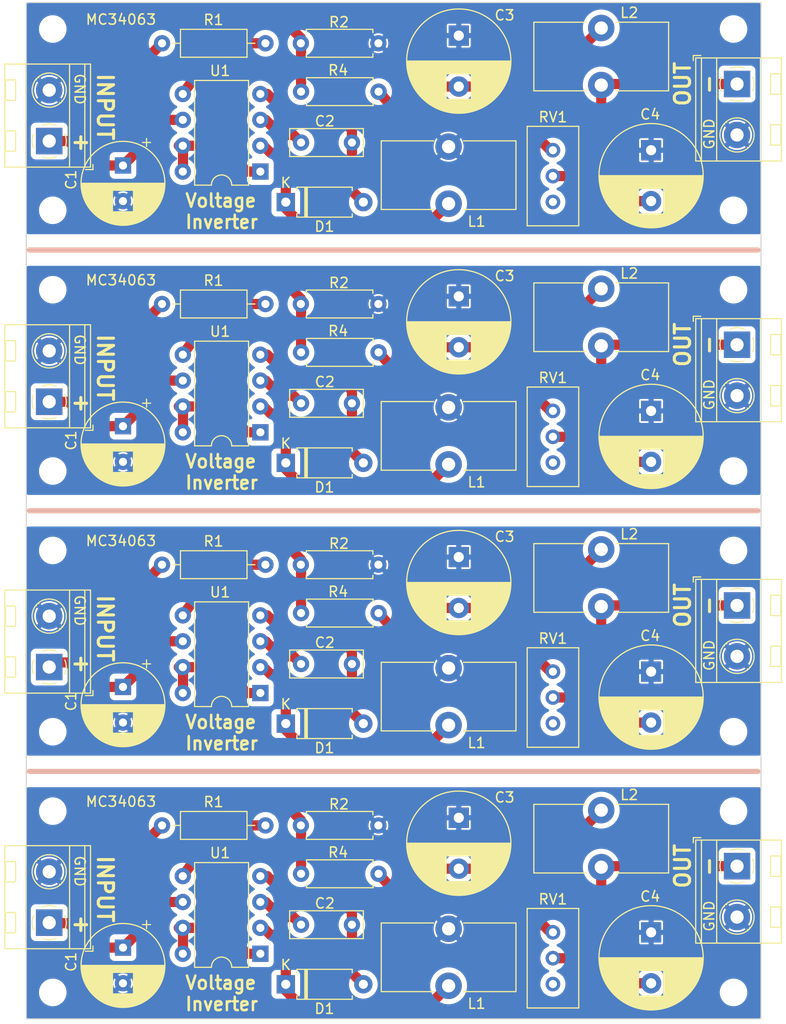
<source format=kicad_pcb>
(kicad_pcb (version 20240108) (generator "pcbnew") (generator_version "8.0")
  (layers (0 "F.Cu" signal) (31 "B.Cu" signal) (34 "B.Paste" user) (35 "F.Paste" user) (36 "B.SilkS" user "B.Silkscreen") (37 "F.SilkS" user "F.Silkscreen") (38 "B.Mask" user) (39 "F.Mask" user) (44 "Edge.Cuts" user))
  (net 0 "")
  (net 1 "GND")
  (net 2 "Net-(R4-Pad2)")
  (net 3 "Net-(J1-Pin_1)")
  (net 4 "Net-(D1-A)")
  (net 5 "Net-(U1-TC)")
  (net 6 "Net-(J2-Pin_1)")
  (net 7 "Net-(D1-K)")
  (net 8 "Net-(U1-DC)")
  (net 9 "Net-(U1-Vfb)")
  (footprint "Capacitor_THT:CP_Radial_D10.0mm_P5.00mm" (layer "F.Cu") (at 100.4 126.05 -90)
    (property "Reference" "C3")
    (property "Value" "470u")
  )
  (footprint "TerminalBlock_MetzConnect:TerminalBlock_MetzConnect_Type094_RT03502HBLU_1x02_P5.00mm_Horizontal" (layer "F.Cu") (at 127.745 54 -90)
    (property "Reference" "J2" (hide yes))
    (property "Value" "OUTPUT")
  )
  (footprint "MountingHole:MountingHole_2.2mm_M2" (layer "F.Cu") (at 127.4 125.4)
    (property "Reference" "H3" (hide yes))
    (property "Value" "MountingHole" (hide yes))
  )
  (footprint "MountingHole:MountingHole_2.2mm_M2" (layer "F.Cu") (at 127.4 99.8)
    (property "Reference" "H3" (hide yes))
    (property "Value" "MountingHole" (hide yes))
  )
  (footprint "Resistor_THT:R_Axial_DIN0207_L6.3mm_D2.5mm_P10.16mm_Horizontal" (layer "F.Cu") (at 81.4 126.8 180)
    (property "Reference" "R1")
    (property "Value" "0.1")
  )
  (footprint "Capacitor_THT:CP_Radial_D8.0mm_P3.50mm" (layer "F.Cu") (at 67.4 138.8 -90)
    (property "Reference" "C1")
    (property "Value" "470u")
  )
  (footprint "Diode_THT:D_A-405_P7.62mm_Horizontal" (layer "F.Cu") (at 83.4 116.8)
    (property "Reference" "D1")
    (property "Value" "1N5819")
  )
  (footprint "Package_DIP:DIP-8_W7.62mm" (layer "F.Cu") (at 80.9 113.8 180)
    (property "Reference" "U1")
    (property "Value" "MC34063AP")
  )
  (footprint "Resistor_THT:R_Axial_DIN0207_L6.3mm_D2.5mm_P7.62mm_Horizontal" (layer "F.Cu") (at 84.9 54.75)
    (property "Reference" "R4")
    (property "Value" "6K8")
  )
  (footprint "TerminalBlock_MetzConnect:TerminalBlock_MetzConnect_Type094_RT03502HBLU_1x02_P5.00mm_Horizontal" (layer "F.Cu") (at 60.15 85.2 90)
    (property "Reference" "J1" (hide yes))
    (property "Value" "INPUT")
  )
  (footprint "TerminalBlock_MetzConnect:TerminalBlock_MetzConnect_Type094_RT03502HBLU_1x02_P5.00mm_Horizontal" (layer "F.Cu") (at 60.15 136.35 90)
    (property "Reference" "J1" (hide yes))
    (property "Value" "INPUT")
  )
  (footprint "Capacitor_THT:CP_Radial_D10.0mm_P5.00mm" (layer "F.Cu") (at 100.4 49.25 -90)
    (property "Reference" "C3")
    (property "Value" "470u")
  )
  (footprint "MountingHole:MountingHole_2.2mm_M2" (layer "F.Cu") (at 60.5 125.4)
    (property "Reference" "H2" (hide yes))
    (property "Value" "MountingHole" (hide yes))
  )
  (footprint "Inductor_THT:L_Toroid_Vertical_L13.0mm_W6.5mm_P5.60mm" (layer "F.Cu") (at 114.4 48.5)
    (property "Reference" "L2")
    (property "Value" "47uH")
  )
  (footprint "Diode_THT:D_A-405_P7.62mm_Horizontal" (layer "F.Cu") (at 83.4 91.2)
    (property "Reference" "D1")
    (property "Value" "1N5819")
  )
  (footprint "TerminalBlock_MetzConnect:TerminalBlock_MetzConnect_Type094_RT03502HBLU_1x02_P5.00mm_Horizontal" (layer "F.Cu") (at 127.745 79.6 -90)
    (property "Reference" "J2" (hide yes))
    (property "Value" "OUTPUT")
  )
  (footprint "Inductor_THT:L_Toroid_Vertical_L13.0mm_W6.5mm_P5.60mm" (layer "F.Cu") (at 99.4 142.55 180)
    (property "Reference" "L1")
    (property "Value" "10u")
  )
  (footprint "Resistor_THT:R_Axial_DIN0207_L6.3mm_D2.5mm_P7.62mm_Horizontal" (layer "F.Cu") (at 92.5 101.2 180)
    (property "Reference" "R2")
    (property "Value" "82K")
  )
  (footprint "Inductor_THT:L_Toroid_Vertical_L13.0mm_W6.5mm_P5.60mm" (layer "F.Cu") (at 99.4 91.35 180)
    (property "Reference" "L1")
    (property "Value" "10u")
  )
  (footprint "MountingHole:MountingHole_2.2mm_M2" (layer "F.Cu") (at 127.4 66.4)
    (property "Reference" "H4" (hide yes))
    (property "Value" "MountingHole" (hide yes))
  )
  (footprint "Potentiometer_THT:Potentiometer_Bourns_3296W_Vertical" (layer "F.Cu") (at 109.65 111.7 90)
    (property "Reference" "RV1")
    (property "Value" "25K")
  )
  (footprint "Resistor_THT:R_Axial_DIN0207_L6.3mm_D2.5mm_P7.62mm_Horizontal" (layer "F.Cu") (at 84.9 105.95)
    (property "Reference" "R4")
    (property "Value" "6K8")
  )
  (footprint "Resistor_THT:R_Axial_DIN0207_L6.3mm_D2.5mm_P10.16mm_Horizontal" (layer "F.Cu") (at 81.4 75.6 180)
    (property "Reference" "R1")
    (property "Value" "0.1")
  )
  (footprint "Package_DIP:DIP-8_W7.62mm" (layer "F.Cu") (at 80.9 88.2 180)
    (property "Reference" "U1")
    (property "Value" "MC34063AP")
  )
  (footprint "Capacitor_THT:C_Disc_D7.0mm_W2.5mm_P5.00mm" (layer "F.Cu") (at 84.9 85.35)
    (property "Reference" "C2")
    (property "Value" "4.7nF")
  )
  (footprint "Inductor_THT:L_Toroid_Vertical_L13.0mm_W6.5mm_P5.60mm" (layer "F.Cu") (at 99.4 116.95 180)
    (property "Reference" "L1")
    (property "Value" "10u")
  )
  (footprint "Diode_THT:D_A-405_P7.62mm_Horizontal" (layer "F.Cu") (at 83.4 142.4)
    (property "Reference" "D1")
    (property "Value" "1N5819")
  )
  (footprint "Capacitor_THT:CP_Radial_D10.0mm_P5.00mm" (layer "F.Cu") (at 100.4 100.45 -90)
    (property "Reference" "C3")
    (property "Value" "470u")
  )
  (footprint "TerminalBlock_MetzConnect:TerminalBlock_MetzConnect_Type094_RT03502HBLU_1x02_P5.00mm_Horizontal" (layer "F.Cu") (at 127.745 130.8 -90)
    (property "Reference" "J2" (hide yes))
    (property "Value" "OUTPUT")
  )
  (footprint "Package_DIP:DIP-8_W7.62mm" (layer "F.Cu") (at 80.9 62.6 180)
    (property "Reference" "U1")
    (property "Value" "MC34063AP")
  )
  (footprint "Capacitor_THT:CP_Radial_D10.0mm_P5.00mm" (layer "F.Cu") (at 119.3 86.1 -90)
    (property "Reference" "C4")
    (property "Value" "470u")
  )
  (footprint "TerminalBlock_MetzConnect:TerminalBlock_MetzConnect_Type094_RT03502HBLU_1x02_P5.00mm_Horizontal" (layer "F.Cu") (at 60.15 111.25 90)
    (property "Reference" "J1" (hide yes))
    (property "Value" "INPUT")
  )
  (footprint "Inductor_THT:L_Toroid_Vertical_L13.0mm_W6.5mm_P5.60mm" (layer "F.Cu") (at 114.4 99.7)
    (property "Reference" "L2")
    (property "Value" "47uH")
  )
  (footprint "Capacitor_THT:C_Disc_D7.0mm_W2.5mm_P5.00mm" (layer "F.Cu") (at 84.9 59.75)
    (property "Reference" "C2")
    (property "Value" "4.7nF")
  )
  (footprint "Resistor_THT:R_Axial_DIN0207_L6.3mm_D2.5mm_P10.16mm_Horizontal" (layer "F.Cu") (at 81.4 101.2 180)
    (property "Reference" "R1")
    (property "Value" "0.1")
  )
  (footprint "MountingHole:MountingHole_2.2mm_M2" (layer "F.Cu") (at 127.4 117.6)
    (property "Reference" "H4" (hide yes))
    (property "Value" "MountingHole" (hide yes))
  )
  (footprint "MountingHole:MountingHole_2.2mm_M2" (layer "F.Cu") (at 127.4 48.6)
    (property "Reference" "H3" (hide yes))
    (property "Value" "MountingHole" (hide yes))
  )
  (footprint "Diode_THT:D_A-405_P7.62mm_Horizontal" (layer "F.Cu") (at 83.4 65.6)
    (property "Reference" "D1")
    (property "Value" "1N5819")
  )
  (footprint "Resistor_THT:R_Axial_DIN0207_L6.3mm_D2.5mm_P7.62mm_Horizontal" (layer "F.Cu") (at 92.5 126.8 180)
    (property "Reference" "R2")
    (property "Value" "82K")
  )
  (footprint "MountingHole:MountingHole_2.2mm_M2" (layer "F.Cu") (at 60.5 143.2)
    (property "Reference" "H1" (hide yes))
    (property "Value" "MountingHole" (hide yes))
  )
  (footprint "Resistor_THT:R_Axial_DIN0207_L6.3mm_D2.5mm_P7.62mm_Horizontal" (layer "F.Cu") (at 92.5 75.6 180)
    (property "Reference" "R2")
    (property "Value" "82K")
  )
  (footprint "MountingHole:MountingHole_2.2mm_M2" (layer "F.Cu") (at 60.5 48.6)
    (property "Reference" "H2" (hide yes))
    (property "Value" "MountingHole" (hide yes))
  )
  (footprint "Resistor_THT:R_Axial_DIN0207_L6.3mm_D2.5mm_P7.62mm_Horizontal" (layer "F.Cu") (at 92.5 50 180)
    (property "Reference" "R2")
    (property "Value" "82K")
  )
  (footprint "Capacitor_THT:C_Disc_D7.0mm_W2.5mm_P5.00mm" (layer "F.Cu") (at 84.9 136.55)
    (property "Reference" "C2")
    (property "Value" "4.7nF")
  )
  (footprint "Resistor_THT:R_Axial_DIN0207_L6.3mm_D2.5mm_P7.62mm_Horizontal" (layer "F.Cu") (at 84.9 80.35)
    (property "Reference" "R4")
    (property "Value" "6K8")
  )
  (footprint "MountingHole:MountingHole_2.2mm_M2" (layer "F.Cu") (at 127.4 74.2)
    (property "Reference" "H3" (hide yes))
    (property "Value" "MountingHole" (hide yes))
  )
  (footprint "Capacitor_THT:CP_Radial_D10.0mm_P5.00mm" (layer "F.Cu") (at 119.3 111.7 -90)
    (property "Reference" "C4")
    (property "Value" "470u")
  )
  (footprint "MountingHole:MountingHole_2.2mm_M2" (layer "F.Cu") (at 60.5 99.8)
    (property "Reference" "H2" (hide yes))
    (property "Value" "MountingHole" (hide yes))
  )
  (footprint "Potentiometer_THT:Potentiometer_Bourns_3296W_Vertical" (layer "F.Cu") (at 109.65 86.1 90)
    (property "Reference" "RV1")
    (property "Value" "25K")
  )
  (footprint "MountingHole:MountingHole_2.2mm_M2" (layer "F.Cu") (at 127.4 92)
    (property "Reference" "H4" (hide yes))
    (property "Value" "MountingHole" (hide yes))
  )
  (footprint "Potentiometer_THT:Potentiometer_Bourns_3296W_Vertical" (layer "F.Cu") (at 109.65 137.3 90)
    (property "Reference" "RV1")
    (property "Value" "25K")
  )
  (footprint "Capacitor_THT:CP_Radial_D10.0mm_P5.00mm" (layer "F.Cu") (at 119.3 60.5 -90)
    (property "Reference" "C4")
    (property "Value" "470u")
  )
  (footprint "MountingHole:MountingHole_2.2mm_M2" (layer "F.Cu") (at 60.5 66.4)
    (property "Reference" "H1" (hide yes))
    (property "Value" "MountingHole" (hide yes))
  )
  (footprint "Capacitor_THT:CP_Radial_D10.0mm_P5.00mm" (layer "F.Cu") (at 119.3 137.3 -90)
    (property "Reference" "C4")
    (property "Value" "470u")
  )
  (footprint "MountingHole:MountingHole_2.2mm_M2" (layer "F.Cu") (at 127.4 143.2)
    (property "Reference" "H4" (hide yes))
    (property "Value" "MountingHole" (hide yes))
  )
  (footprint "Potentiometer_THT:Potentiometer_Bourns_3296W_Vertical" (layer "F.Cu") (at 109.65 60.5 90)
    (property "Reference" "RV1")
    (property "Value" "25K")
  )
  (footprint "Inductor_THT:L_Toroid_Vertical_L13.0mm_W6.5mm_P5.60mm" (layer "F.Cu") (at 114.4 74.1)
    (property "Reference" "L2")
    (property "Value" "47uH")
  )
  (footprint "Resistor_THT:R_Axial_DIN0207_L6.3mm_D2.5mm_P10.16mm_Horizontal" (layer "F.Cu") (at 81.4 50 180)
    (property "Reference" "R1")
    (property "Value" "0.1")
  )
  (footprint "TerminalBlock_MetzConnect:TerminalBlock_MetzConnect_Type094_RT03502HBLU_1x02_P5.00mm_Horizontal" (layer "F.Cu") (at 60.15 59.6 90)
    (property "Reference" "J1" (hide yes))
    (property "Value" "INPUT")
  )
  (footprint "TerminalBlock_MetzConnect:TerminalBlock_MetzConnect_Type094_RT03502HBLU_1x02_P5.00mm_Horizontal" (layer "F.Cu") (at 127.745 105.2 -90)
    (property "Reference" "J2" (hide yes))
    (property "Value" "OUTPUT")
  )
  (footprint "Inductor_THT:L_Toroid_Vertical_L13.0mm_W6.5mm_P5.60mm" (layer "F.Cu") (at 114.4 125.3)
    (property "Reference" "L2")
    (property "Value" "47uH")
  )
  (footprint "Capacitor_THT:CP_Radial_D8.0mm_P3.50mm" (layer "F.Cu") (at 67.4 87.6 -90)
    (property "Reference" "C1")
    (property "Value" "470u")
  )
  (footprint "MountingHole:MountingHole_2.2mm_M2" (layer "F.Cu") (at 60.5 74.2)
    (property "Reference" "H2" (hide yes))
    (property "Value" "MountingHole" (hide yes))
  )
  (footprint "Capacitor_THT:CP_Radial_D8.0mm_P3.50mm" (layer "F.Cu") (at 67.4 62 -90)
    (property "Reference" "C1")
    (property "Value" "470u")
  )
  (footprint "Package_DIP:DIP-8_W7.62mm" (layer "F.Cu") (at 80.9 139.4 180)
    (property "Reference" "U1")
    (property "Value" "MC34063AP")
  )
  (footprint "Capacitor_THT:CP_Radial_D8.0mm_P3.50mm" (layer "F.Cu") (at 67.4 113.2 -90)
    (property "Reference" "C1")
    (property "Value" "470u")
  )
  (footprint "Capacitor_THT:CP_Radial_D10.0mm_P5.00mm" (layer "F.Cu") (at 100.4 74.85 -90)
    (property "Reference" "C3")
    (property "Value" "470u")
  )
  (footprint "Inductor_THT:L_Toroid_Vertical_L13.0mm_W6.5mm_P5.60mm" (layer "F.Cu") (at 99.4 65.75 180)
    (property "Reference" "L1")
    (property "Value" "10u")
  )
  (footprint "MountingHole:MountingHole_2.2mm_M2" (layer "F.Cu") (at 60.5 117.6)
    (property "Reference" "H1" (hide yes))
    (property "Value" "MountingHole" (hide yes))
  )
  (footprint "MountingHole:MountingHole_2.2mm_M2" (layer "F.Cu") (at 60.5 92)
    (property "Reference" "H1" (hide yes))
    (property "Value" "MountingHole" (hide yes))
  )
  (footprint "Resistor_THT:R_Axial_DIN0207_L6.3mm_D2.5mm_P7.62mm_Horizontal" (layer "F.Cu") (at 84.9 131.55)
    (property "Reference" "R4")
    (property "Value" "6K8")
  )
  (footprint "Capacitor_THT:C_Disc_D7.0mm_W2.5mm_P5.00mm" (layer "F.Cu") (at 84.9 110.95)
    (property "Reference" "C2")
    (property "Value" "4.7nF")
  )
  (gr_line (start 58.2 95.9) (end 129.8 95.9) (stroke (width 0.5)) (layer "B.SilkS"))
  (gr_line (start 58.2 121.5) (end 129.8 121.5) (stroke (width 0.5)) (layer "B.SilkS"))
  (gr_line (start 58.2 70.3) (end 129.8 70.3) (stroke (width 0.5)) (layer "B.SilkS"))
  (gr_line (start 58.2 121.5) (end 129.8 121.5) (stroke (width 0.5)) (layer "F.SilkS"))
  (gr_line (start 58.2 95.9) (end 129.8 95.9) (stroke (width 0.5)) (layer "F.SilkS"))
  (gr_line (start 58.2 70.3) (end 129.8 70.3) (stroke (width 0.5)) (layer "F.SilkS"))
  (gr_line (start 57.9 46) (end 130.1 46) (stroke (width 0.1)) (layer "Edge.Cuts"))
  (gr_line (start 130.1 46) (end 130.1 145.8) (stroke (width 0.1)) (layer "Edge.Cuts"))
  (gr_line (start 57.9 145.8) (end 57.9 46) (stroke (width 0.1)) (layer "Edge.Cuts"))
  (gr_line (start 130.1 145.8) (end 57.9 145.8) (stroke (width 0.1)) (layer "Edge.Cuts"))
  (gr_text "Voltage\nInverter" (at 73.4 92.1 0) (layer "F.SilkS") (effects (font (size 1.3 1.25) (thickness 0.25)) (justify left)))
  (gr_text "MC34063" (at 63.65 73.85 0) (layer "F.SilkS") (effects (font (size 1 1)) (justify left bottom)))
  (gr_text "MC34063" (at 63.65 48.25 0) (layer "F.SilkS") (effects (font (size 1 1)) (justify left bottom)))
  (gr_text "INPUT" (at 65.65 56.25 -90) (layer "F.SilkS") (effects (font (size 1.5 1.5) (thickness 0.3))))
  (gr_text "GND" (at 125.015033 58.901293 90) (layer "F.SilkS") (effects (font (size 1 1))))
  (gr_text "OUT" (at 122.4 79.6 90) (layer "F.SilkS") (effects (font (size 1.5 1.5) (thickness 0.3))))
  (gr_text "INPUT" (at 65.65 107.45 -90) (layer "F.SilkS") (effects (font (size 1.5 1.5) (thickness 0.3))))
  (gr_text "GND" (at 63.15 105.7 -90) (layer "F.SilkS") (effects (font (size 1 1))))
  (gr_text "GND" (at 125.015033 135.701293 90) (layer "F.SilkS") (effects (font (size 1 1))))
  (gr_text "MC34063" (at 63.65 125.05 0) (layer "F.SilkS") (effects (font (size 1 1)) (justify left bottom)))
  (gr_text "+" (at 63.15 136.55 90) (layer "F.SilkS") (effects (font (size 1.5 1.5) (thickness 0.3))))
  (gr_text "-" (at 124.93205 79.632902 90) (layer "F.SilkS") (effects (font (size 1.5 1.5) (thickness 0.3))))
  (gr_text "INPUT" (at 65.65 133.05 -90) (layer "F.SilkS") (effects (font (size 1.5 1.5) (thickness 0.3))))
  (gr_text "-" (at 124.93205 130.832902 90) (layer "F.SilkS") (effects (font (size 1.5 1.5) (thickness 0.3))))
  (gr_text "-" (at 124.93205 105.232902 90) (layer "F.SilkS") (effects (font (size 1.5 1.5) (thickness 0.3))))
  (gr_text "OUT" (at 122.4 54 90) (layer "F.SilkS") (effects (font (size 1.5 1.5) (thickness 0.3))))
  (gr_text "GND" (at 125.015033 84.501293 90) (layer "F.SilkS") (effects (font (size 1 1))))
  (gr_text "GND" (at 63.15 80.1 -90) (layer "F.SilkS") (effects (font (size 1 1))))
  (gr_text "+" (at 63.15 110.95 90) (layer "F.SilkS") (effects (font (size 1.5 1.5) (thickness 0.3))))
  (gr_text "Voltage\nInverter" (at 73.4 117.7 0) (layer "F.SilkS") (effects (font (size 1.3 1.25) (thickness 0.25)) (justify left)))
  (gr_text "OUT" (at 122.4 105.2 90) (layer "F.SilkS") (effects (font (size 1.5 1.5) (thickness 0.3))))
  (gr_text "+" (at 63.15 59.75 90) (layer "F.SilkS") (effects (font (size 1.5 1.5) (thickness 0.3))))
  (gr_text "GND" (at 125.015033 110.101293 90) (layer "F.SilkS") (effects (font (size 1 1))))
  (gr_text "GND" (at 63.15 131.3 -90) (layer "F.SilkS") (effects (font (size 1 1))))
  (gr_text "Voltage\nInverter" (at 73.4 143.3 0) (layer "F.SilkS") (effects (font (size 1.3 1.25) (thickness 0.25)) (justify left)))
  (gr_text "MC34063" (at 63.65 99.45 0) (layer "F.SilkS") (effects (font (size 1 1)) (justify left bottom)))
  (gr_text "Voltage\nInverter" (at 73.4 66.5 0) (layer "F.SilkS") (effects (font (size 1.3 1.25) (thickness 0.25)) (justify left)))
  (gr_text "OUT" (at 122.4 130.8 90) (layer "F.SilkS") (effects (font (size 1.5 1.5) (thickness 0.3))))
  (gr_text "INPUT" (at 65.65 81.85 -90) (layer "F.SilkS") (effects (font (size 1.5 1.5) (thickness 0.3))))
  (gr_text "+" (at 63.15 85.35 90) (layer "F.SilkS") (effects (font (size 1.5 1.5) (thickness 0.3))))
  (gr_text "GND" (at 63.15 54.5 -90) (layer "F.SilkS") (effects (font (size 1 1))))
  (gr_text "-" (at 124.93205 54.032902 90) (layer "F.SilkS") (effects (font (size 1.5 1.5) (thickness 0.3))))
  (segment (start 109.65 60.5) (end 109.4 60.5) (width 1) (layer "F.Cu") (net 2))
  (segment (start 94.52 82.6) (end 92.52 80.35) (width 1) (layer "F.Cu") (net 2))
  (segment (start 94.52 57) (end 92.52 54.75) (width 1) (layer "F.Cu") (net 2))
  (segment (start 105.9 133.8) (end 94.52 133.8) (width 1) (layer "F.Cu") (net 2))
  (segment (start 94.52 133.8) (end 92.52 131.55) (width 1) (layer "F.Cu") (net 2))
  (segment (start 105.9 82.6) (end 94.52 82.6) (width 1) (layer "F.Cu") (net 2))
  (segment (start 109.4 60.5) (end 105.9 57) (width 1) (layer "F.Cu") (net 2))
  (segment (start 94.52 108.2) (end 92.52 105.95) (width 1) (layer "F.Cu") (net 2))
  (segment (start 109.65 86.1) (end 109.4 86.1) (width 1) (layer "F.Cu") (net 2))
  (segment (start 109.4 137.3) (end 105.9 133.8) (width 1) (layer "F.Cu") (net 2))
  (segment (start 105.9 57) (end 94.52 57) (width 1) (layer "F.Cu") (net 2))
  (segment (start 109.65 137.3) (end 109.4 137.3) (width 1) (layer "F.Cu") (net 2))
  (segment (start 105.9 108.2) (end 94.52 108.2) (width 1) (layer "F.Cu") (net 2))
  (segment (start 109.4 111.7) (end 105.9 108.2) (width 1) (layer "F.Cu") (net 2))
  (segment (start 109.65 111.7) (end 109.4 111.7) (width 1) (layer "F.Cu") (net 2))
  (segment (start 109.4 86.1) (end 105.9 82.6) (width 1) (layer "F.Cu") (net 2))
  (segment (start 67.4 62) (end 69.38 60.02) (width 1) (layer "F.Cu") (net 3))
  (segment (start 69.38 134.32) (end 73.28 134.32) (width 1) (layer "F.Cu") (net 3))
  (segment (start 62.05 85.2) (end 64.45 87.6) (width 1) (layer "F.Cu") (net 3))
  (segment (start 64.45 113.2) (end 67.4 113.2) (width 1) (layer "F.Cu") (net 3))
  (segment (start 64.45 62) (end 67.4 62) (width 1) (layer "F.Cu") (net 3))
  (segment (start 62.05 59.6) (end 64.45 62) (width 1) (layer "F.Cu") (net 3))
  (segment (start 62.05 110.8) (end 64.45 113.2) (width 1) (layer "F.Cu") (net 3))
  (segment (start 69.38 136.82) (end 69.38 134.32) (width 1) (layer "F.Cu") (net 3))
  (segment (start 67.4 87.6) (end 69.38 85.62) (width 1) (layer "F.Cu") (net 3))
  (segment (start 69.38 128.66) (end 71.24 126.8) (width 1) (layer "F.Cu") (net 3))
  (segment (start 69.38 51.86) (end 71.24 50) (width 1) (layer "F.Cu") (net 3))
  (segment (start 69.38 57.52) (end 69.38 51.86) (width 1) (layer "F.Cu") (net 3))
  (segment (start 64.45 138.8) (end 67.4 138.8) (width 1) (layer "F.Cu") (net 3))
  (segment (start 64.45 87.6) (end 67.4 87.6) (width 1) (layer "F.Cu") (net 3))
  (segment (start 62.05 136.4) (end 64.45 138.8) (width 1) (layer "F.Cu") (net 3))
  (segment (start 69.38 108.72) (end 69.38 103.06) (width 1) (layer "F.Cu") (net 3))
  (segment (start 69.38 103.06) (end 71.24 101.2) (width 1) (layer "F.Cu") (net 3))
  (segment (start 60.15 136.4) (end 62.05 136.4) (width 1) (layer "F.Cu") (net 3))
  (segment (start 69.38 57.52) (end 73.28 57.52) (width 1) (layer "F.Cu") (net 3))
  (segment (start 67.4 113.2) (end 69.38 111.22) (width 1) (layer "F.Cu") (net 3))
  (segment (start 60.15 59.6) (end 62.05 59.6) (width 1) (layer "F.Cu") (net 3))
  (segment (start 69.38 108.72) (end 73.28 108.72) (width 1) (layer "F.Cu") (net 3))
  (segment (start 69.38 77.46) (end 71.24 75.6) (width 1) (layer "F.Cu") (net 3))
  (segment (start 69.38 83.12) (end 73.28 83.12) (width 1) (layer "F.Cu") (net 3))
  (segment (start 60.15 85.2) (end 62.05 85.2) (width 1) (layer "F.Cu") (net 3))
  (segment (start 60.15 110.8) (end 62.05 110.8) (width 1) (layer "F.Cu") (net 3))
  (segment (start 69.38 134.32) (end 69.38 128.66) (width 1) (layer "F.Cu") (net 3))
  (segment (start 69.38 85.62) (end 69.38 83.12) (width 1) (layer "F.Cu") (net 3))
  (segment (start 67.4 138.8) (end 69.38 136.82) (width 1) (layer "F.Cu") (net 3))
  (segment (start 69.38 83.12) (end 69.38 77.46) (width 1) (layer "F.Cu") (net 3))
  (segment (start 69.38 111.22) (end 69.38 108.72) (width 1) (layer "F.Cu") (net 3))
  (segment (start 69.38 60.02) (end 69.38 57.52) (width 1) (layer "F.Cu") (net 3))
  (segment (start 89.1 57.1) (end 83.7 57.1) (width 1) (layer "F.Cu") (net 4))
  (segment (start 97.1 103.6) (end 98.95 105.45) (width 1) (layer "F.Cu") (net 4))
  (segment (start 108.15 131.05) (end 107.493464 131.05) (width 1) (layer "F.Cu") (net 4))
  (segment (start 81.58 106.18) (end 80.9 106.18) (width 1) (layer "F.Cu") (net 4))
  (segment (start 107.493464 131.05) (end 111.13051 127.412954) (width 1) (layer "F.Cu") (net 4))
  (segment (start 108.15 54.25) (end 107.493464 54.25) (width 1) (layer "F.Cu") (net 4))
  (segment (start 112.4 58.5) (end 108.15 54.25) (width 1) (layer "F.Cu") (net 4))
  (segment (start 89.1 57.7) (end 89.9 58.5) (width 1) (layer "F.Cu") (net 4))
  (segment (start 98.95 105.45) (end 100.4 105.45) (width 1) (layer "F.Cu") (net 4))
  (segment (start 107.493464 105.45) (end 111.13051 101.812954) (width 1) (layer "F.Cu") (net 4))
  (segment (start 89.9 135.3) (end 89.9 141.28) (width 1) (layer "F.Cu") (net 4))
  (segment (start 89.9 141.28) (end 91.02 142.4) (width 1) (layer "F.Cu") (net 4))
  (segment (start 81.58 131.78) (end 80.9 131.78) (width 1) (layer "F.Cu") (net 4))
  (segment (start 97.1 129.2) (end 98.95 131.05) (width 1) (layer "F.Cu") (net 4))
  (segment (start 89.1 57.1) (end 89.1 57.7) (width 1) (layer "F.Cu") (net 4))
  (segment (start 89.1 79.7) (end 90.8 78) (width 1) (layer "F.Cu") (net 4))
  (segment (start 109.65 114.24) (end 111.11 114.24) (width 1) (layer "F.Cu") (net 4))
  (segment (start 100.4 131.05) (end 107.493464 131.05) (width 1) (layer "F.Cu") (net 4))
  (segment (start 89.1 82.7) (end 83.7 82.7) (width 1) (layer "F.Cu") (net 4))
  (segment (start 90.8 78) (end 97.1 78) (width 1) (layer "F.Cu") (net 4))
  (segment (start 81.58 54.98) (end 80.9 54.98) (width 1) (layer "F.Cu") (net 4))
  (segment (start 89.1 133.9) (end 83.7 133.9) (width 1) (layer "F.Cu") (net 4))
  (segment (start 112.4 138.55) (end 112.4 135.3) (width 1) (layer "F.Cu") (net 4))
  (segment (start 83.7 57.1) (end 81.58 54.98) (width 1) (layer "F.Cu") (net 4))
  (segment (start 112.4 109.7) (end 108.15 105.45) (width 1) (layer "F.Cu") (net 4))
  (segment (start 107.493464 54.25) (end 111.13051 50.612954) (width 1) (layer "F.Cu") (net 4))
  (segment (start 89.9 58.5) (end 89.9 64.48) (width 1) (layer "F.Cu") (net 4))
  (segment (start 100.4 54.25) (end 107.493464 54.25) (width 1) (layer "F.Cu") (net 4))
  (segment (start 89.1 108.3) (end 89.1 108.9) (width 1) (layer "F.Cu") (net 4))
  (segment (start 112.287046 127.412954) (end 114.4 125.3) (width 1) (layer "F.Cu") (net 4))
  (segment (start 97.1 52.4) (end 98.95 54.25) (width 1) (layer "F.Cu") (net 4))
  (segment (start 89.1 82.7) (end 89.1 83.3) (width 1) (layer "F.Cu") (net 4))
  (segment (start 107.493464 79.85) (end 111.13051 76.212954) (width 1) (layer "F.Cu") (net 4))
  (segment (start 112.287046 76.212954) (end 114.4 74.1) (width 1) (layer "F.Cu") (net 4))
  (segment (start 108.15 105.45) (end 107.493464 105.45) (width 1) (layer "F.Cu") (net 4))
  (segment (start 89.9 109.7) (end 89.9 115.68) (width 1) (layer "F.Cu") (net 4))
  (segment (start 89.1 134.5) (end 89.9 135.3) (width 1) (layer "F.Cu") (net 4))
  (segment (start 89.1 108.3) (end 83.7 108.3) (width 1) (layer "F.Cu") (net 4))
  (segment (start 97.1 78) (end 98.95 79.85) (width 1) (layer "F.Cu") (net 4))
  (segment (start 111.11 114.24) (end 112.4 112.95) (width 1) (layer "F.Cu") (net 4))
  (segment (start 111.11 88.64) (end 112.4 87.35) (width 1) (layer "F.Cu") (net 4))
  (segment (start 89.1 130.9) (end 90.8 129.2) (width 1) (layer "F.Cu") (net 4))
  (segment (start 111.13051 101.812954) (end 112.287046 101.812954) (width 1) (layer "F.Cu") (net 4))
  (segment (start 98.95 54.25) (end 100.4 54.25) (width 1) (layer "F.Cu") (net 4))
  (segment (start 89.1 108.3) (end 89.1 105.3) (width 1) (layer "F.Cu") (net 4))
  (segment (start 89.1 57.1) (end 89.1 54.1) (width 1) (layer "F.Cu") (net 4))
  (segment (start 89.1 133.9) (end 89.1 130.9) (width 1) (layer "F.Cu") (net 4))
  (segment (start 90.8 52.4) (end 97.1 52.4) (width 1) (layer "F.Cu") (net 4))
  (segment (start 98.95 131.05) (end 100.4 131.05) (width 1) (layer "F.Cu") (net 4))
  (segment (start 112.4 135.3) (end 108.15 131.05) (width 1) (layer "F.Cu") (net 4))
  (segment (start 109.65 139.84) (end 111.11 139.84) (width 1) (layer "F.Cu") (net 4))
  (segment (start 89.1 133.9) (end 89.1 134.5) (width 1) (layer "F.Cu") (net 4))
  (segment (start 83.7 108.3) (end 81.58 106.18) (width 1) (layer "F.Cu") (net 4))
  (segment (start 89.1 105.3) (end 90.8 103.6) (width 1) (layer "F.Cu") (net 4))
  (segment (start 111.13051 50.612954) (end 112.287046 50.612954) (width 1) (layer "F.Cu") (net 4))
  (segment (start 111.13051 127.412954) (end 112.287046 127.412954) (width 1) (layer "F.Cu") (net 4))
  (segment (start 90.8 129.2) (end 97.1 129.2) (width 1) (layer "F.Cu") (net 4))
  (segment (start 109.65 88.64) (end 111.11 88.64) (width 1) (layer "F.Cu") (net 4))
  (segment (start 90.8 103.6) (end 97.1 103.6) (width 1) (layer "F.Cu") (net 4))
  (segment (start 89.1 83.3) (end 89.9 84.1) (width 1) (layer "F.Cu") (net 4))
  (segment (start 111.11 63.04) (end 112.4 61.75) (width 1) (layer "F.Cu") (net 4))
  (segment (start 100.4 79.85) (end 107.493464 79.85) (width 1) (layer "F.Cu") (net 4))
  (segment (start 112.4 61.75) (end 112.4 58.5) (width 1) (layer "F.Cu") (net 4))
  (segment (start 111.13051 76.212954) (end 112.287046 76.212954) (width 1) (layer "F.Cu") (net 4))
  (segment (start 112.4 84.1) (end 108.15 79.85) (width 1) (layer "F.Cu") (net 4))
  (segment (start 81.58 80.58) (end 80.9 80.58) (width 1) (layer "F.Cu") (net 4))
  (segment (start 112.287046 101.812954) (end 114.4 99.7) (width 1) (layer "F.Cu") (net 4))
  (segment (start 112.287046 50.612954) (end 114.4 48.5) (width 1) (layer "F.Cu") (net 4))
  (segment (start 89.9 84.1) (end 89.9 90.08) (width 1) (layer "F.Cu") (net 4))
  (segment (start 111.11 139.84) (end 112.4 138.55) (width 1) (layer "F.Cu") (net 4))
  (segment (start 83.7 133.9) (end 81.58 131.78) (width 1) (layer "F.Cu") (net 4))
  (segment (start 108.15 79.85) (end 107.493464 79.85) (width 1) (layer "F.Cu") (net 4))
  (segment (start 89.9 90.08) (end 91.02 91.2) (width 1) (layer "F.Cu") (net 4))
  (segment (start 89.1 82.7) (end 89.1 79.7) (width 1) (layer "F.Cu") (net 4))
  (segment (start 83.7 82.7) (end 81.58 80.58) (width 1) (layer "F.Cu") (net 4))
  (segment (start 89.9 115.68) (end 91.02 116.8) (width 1) (layer "F.Cu") (net 4))
  (segment (start 89.1 108.9) (end 89.9 109.7) (width 1) (layer "F.Cu") (net 4))
  (segment (start 89.1 54.1) (end 90.8 52.4) (width 1) (layer "F.Cu") (net 4))
  (segment (start 100.4 105.45) (end 107.493464 105.45) (width 1) (layer "F.Cu") (net 4))
  (segment (start 98.95 79.85) (end 100.4 79.85) (width 1) (layer "F.Cu") (net 4))
  (segment (start 112.4 87.35) (end 112.4 84.1) (width 1) (layer "F.Cu") (net 4))
  (segment (start 112.4 112.95) (end 112.4 109.7) (width 1) (layer "F.Cu") (net 4))
  (segment (start 109.65 63.04) (end 111.11 63.04) (width 1) (layer "F.Cu") (net 4))
  (segment (start 89.9 64.48) (end 91.02 65.6) (width 1) (layer "F.Cu") (net 4))
  (segment (start 84.15 84.6) (end 84.9 85.35) (width 1) (layer "F.Cu") (net 5))
  (segment (start 84.15 59) (end 84.9 59.75) (width 1) (layer "F.Cu") (net 5))
  (segment (start 84.15 110.2) (end 84.9 110.95) (width 1) (layer "F.Cu") (net 5))
  (segment (start 82.9 59) (end 84.15 59) (width 1) (layer "F.Cu") (net 5))
  (segment (start 81.42 57.52) (end 82.9 59) (width 1) (layer "F.Cu") (net 5))
  (segment (start 81.42 83.12) (end 82.9 84.6) (width 1) (layer "F.Cu") (net 5))
  (segment (start 80.9 134.32) (end 81.42 134.32) (width 1) (layer "F.Cu") (net 5))
  (segment (start 81.42 134.32) (end 82.9 135.8) (width 1) (layer "F.Cu") (net 5))
  (segment (start 84.15 135.8) (end 84.9 136.55) (width 1) (layer "F.Cu") (net 5))
  (segment (start 82.9 135.8) (end 84.15 135.8) (width 1) (layer "F.Cu") (net 5))
  (segment (start 82.9 110.2) (end 84.15 110.2) (width 1) (layer "F.Cu") (net 5))
  (segment (start 80.9 57.52) (end 81.42 57.52) (width 1) (layer "F.Cu") (net 5))
  (segment (start 81.42 108.72) (end 82.9 110.2) (width 1) (layer "F.Cu") (net 5))
  (segment (start 80.9 108.72) (end 81.42 108.72) (width 1) (layer "F.Cu") (net 5))
  (segment (start 80.9 83.12) (end 81.42 83.12) (width 1) (layer "F.Cu") (net 5))
  (segment (start 82.9 84.6) (end 84.15 84.6) (width 1) (layer "F.Cu") (net 5))
  (segment (start 127.745 130.8) (end 114.4 130.8) (width 1) (layer "F.Cu") (net 6))
  (segment (start 115.5 135.4) (end 114.4 134.3) (width 1) (layer "F.Cu") (net 6))
  (segment (start 114.4 134.3) (end 114.4 130.8) (width 1) (layer "F.Cu") (net 6))
  (segment (start 115.5 140.4) (end 115.5 135.4) (width 1) (layer "F.Cu") (net 6))
  (segment (start 119.3 91.1) (end 117.4 91.1) (width 1) (layer "F.Cu") (net 6))
  (segment (start 115.5 109.8) (end 114.4 108.7) (width 1) (layer "F.Cu") (net 6))
  (segment (start 115.5 84.2) (end 114.4 83.1) (width 1) (layer "F.Cu") (net 6))
  (segment (start 127.745 54) (end 114.4 54) (width 1) (layer "F.Cu") (net 6))
  (segment (start 115.5 89.2) (end 115.5 84.2) (width 1) (layer "F.Cu") (net 6))
  (segment (start 114.4 108.7) (end 114.4 105.2) (width 1) (layer "F.Cu") (net 6))
  (segment (start 119.3 142.3) (end 117.4 142.3) (width 1) (layer "F.Cu") (net 6))
  (segment (start 127.745 105.2) (end 114.4 105.2) (width 1) (layer "F.Cu") (net 6))
  (segment (start 114.4 57.5) (end 114.4 54) (width 1) (layer "F.Cu") (net 6))
  (segment (start 115.5 58.6) (end 114.4 57.5) (width 1) (layer "F.Cu") (net 6))
  (segment (start 115.5 63.6) (end 115.5 58.6) (width 1) (layer "F.Cu") (net 6))
  (segment (start 114.4 83.1) (end 114.4 79.6) (width 1) (layer "F.Cu") (net 6))
  (segment (start 117.4 91.1) (end 115.5 89.2) (width 1) (layer "F.Cu") (net 6))
  (segment (start 127.745 79.6) (end 114.4 79.6) (width 1) (layer "F.Cu") (net 6))
  (segment (start 117.4 142.3) (end 115.5 140.4) (width 1) (layer "F.Cu") (net 6))
  (segment (start 119.3 65.5) (end 117.4 65.5) (width 1) (layer "F.Cu") (net 6))
  (segment (start 119.3 116.7) (end 117.4 116.7) (width 1) (layer "F.Cu") (net 6))
  (segment (start 117.4 116.7) (end 115.5 114.8) (width 1) (layer "F.Cu") (net 6))
  (segment (start 115.5 114.8) (end 115.5 109.8) (width 1) (layer "F.Cu") (net 6))
  (segment (start 117.4 65.5) (end 115.5 63.6) (width 1) (layer "F.Cu") (net 6))
  (segment (start 83.4 61.75) (end 83.4 65.6) (width 1) (layer "F.Cu") (net 7))
  (segment (start 97.054873 68.095127) (end 99.4 65.75) (width 1) (layer "F.Cu") (net 7))
  (segment (start 97.054873 144.895127) (end 99.4 142.55) (width 1) (layer "F.Cu") (net 7))
  (segment (start 81.9 111.95) (end 82.4 111.95) (width 1) (layer "F.Cu") (net 7))
  (segment (start 83.4 65.6) (end 83.4 66.229037) (width 1) (layer "F.Cu") (net 7))
  (segment (start 81.21 111.26) (end 81.9 111.95) (width 1) (layer "F.Cu") (net 7))
  (segment (start 83.4 91.829037) (end 85.26609 93.695127) (width 1) (layer "F.Cu") (net 7))
  (segment (start 82.4 60.75) (end 83.4 61.75) (width 1) (layer "F.Cu") (net 7))
  (segment (start 81.21 85.66) (end 81.9 86.35) (width 1) (layer "F.Cu") (net 7))
  (segment (start 85.26609 119.295127) (end 97.054873 119.295127) (width 1) (layer "F.Cu") (net 7))
  (segment (start 80.9 111.26) (end 81.21 111.26) (width 1) (layer "F.Cu") (net 7))
  (segment (start 81.9 60.75) (end 82.4 60.75) (width 1) (layer "F.Cu") (net 7))
  (segment (start 85.26609 144.895127) (end 97.054873 144.895127) (width 1) (layer "F.Cu") (net 7))
  (segment (start 82.4 111.95) (end 83.4 112.95) (width 1) (layer "F.Cu") (net 7))
  (segment (start 83.4 143.029037) (end 85.26609 144.895127) (width 1) (layer "F.Cu") (net 7))
  (segment (start 83.4 112.95) (end 83.4 116.8) (width 1) (layer "F.Cu") (net 7))
  (segment (start 81.21 136.86) (end 81.9 137.55) (width 1) (layer "F.Cu") (net 7))
  (segment (start 80.9 136.86) (end 81.21 136.86) (width 1) (layer "F.Cu") (net 7))
  (segment (start 82.4 86.35) (end 83.4 87.35) (width 1) (layer "F.Cu") (net 7))
  (segment (start 83.4 138.55) (end 83.4 142.4) (width 1) (layer "F.Cu") (net 7))
  (segment (start 82.4 137.55) (end 83.4 138.55) (width 1) (layer "F.Cu") (net 7))
  (segment (start 83.4 91.2) (end 83.4 91.829037) (width 1) (layer "F.Cu") (net 7))
  (segment (start 81.9 86.35) (end 82.4 86.35) (width 1) (layer "F.Cu") (net 7))
  (segment (start 81.21 60.06) (end 81.9 60.75) (width 1) (layer "F.Cu") (net 7))
  (segment (start 97.054873 119.295127) (end 99.4 116.95) (width 1) (layer "F.Cu") (net 7))
  (segment (start 83.4 87.35) (end 83.4 91.2) (width 1) (layer "F.Cu") (net 7))
  (segment (start 83.4 142.4) (end 83.4 143.029037) (width 1) (layer "F.Cu") (net 7))
  (segment (start 80.9 60.06) (end 81.21 60.06) (width 1) (layer "F.Cu") (net 7))
  (segment (start 83.4 66.229037) (end 85.26609 68.095127) (width 1) (layer "F.Cu") (net 7))
  (segment (start 85.26609 93.695127) (end 97.054873 93.695127) (width 1) (layer "F.Cu") (net 7))
  (segment (start 85.26609 68.095127) (end 97.054873 68.095127) (width 1) (layer "F.Cu") (net 7))
  (segment (start 83.4 116.8) (end 83.4 117.429037) (width 1) (layer "F.Cu") (net 7))
  (segment (start 81.9 137.55) (end 82.4 137.55) (width 1) (layer "F.Cu") (net 7))
  (segment (start 97.054873 93.695127) (end 99.4 91.35) (width 1) (layer "F.Cu") (net 7))
  (segment (start 80.9 85.66) (end 81.21 85.66) (width 1) (layer "F.Cu") (net 7))
  (segment (start 83.4 117.429037) (end 85.26609 119.295127) (width 1) (layer "F.Cu") (net 7))
  (segment (start 79.4 50) (end 81.4 50) (width 1) (layer "F.Cu") (net 8))
  (segment (start 76.9 85.5) (end 76.9 78.1) (width 1) (layer "F.Cu") (net 8))
  (segment (start 76.74 136.86) (end 76.9 136.7) (width 1) (layer "F.Cu") (net 8))
  (segment (start 72.88 136.86) (end 76.74 136.86) (width 1) (layer "F.Cu") (net 8))
  (segment (start 76.74 111.26) (end 76.9 111.1) (width 1) (layer "F.Cu") (net 8))
  (segment (start 80.9 113.8) (end 79.6 113.8) (width 1) (layer "F.Cu") (net 8))
  (segment (start 79.6 113.8) (end 76.9 111.1) (width 1) (layer "F.Cu") (net 8))
  (segment (start 76.9 136.7) (end 76.9 129.3) (width 1) (layer "F.Cu") (net 8))
  (segment (start 79.4 101.2) (end 81.4 101.2) (width 1) (layer "F.Cu") (net 8))
  (segment (start 79.4 126.8) (end 81.4 126.8) (width 1) (layer "F.Cu") (net 8))
  (segment (start 72.88 111.26) (end 76.74 111.26) (width 1) (layer "F.Cu") (net 8))
  (segment (start 79.6 62.6) (end 76.9 59.9) (width 1) (layer "F.Cu") (net 8))
  (segment (start 73.3 111.26) (end 73.3 113.8) (width 1) (layer "F.Cu") (net 8))
  (segment (start 73.3 136.86) (end 73.3 139.4) (width 1) (layer "F.Cu") (net 8))
  (segment (start 72.88 60.06) (end 76.74 60.06) (width 1) (layer "F.Cu") (net 8))
  (segment (start 72.88 85.66) (end 76.74 85.66) (width 1) (layer "F.Cu") (net 8))
  (segment (start 76.9 103.7) (end 79.4 101.2) (width 1) (layer "F.Cu") (net 8))
  (segment (start 79.6 88.2) (end 76.9 85.5) (width 1) (layer "F.Cu") (net 8))
  (segment (start 76.9 111.1) (end 76.9 103.7) (width 1) (layer "F.Cu") (net 8))
  (segment (start 80.9 139.4) (end 79.6 139.4) (width 1) (layer "F.Cu") (net 8))
  (segment (start 80.9 88.2) (end 79.6 88.2) (width 1) (layer "F.Cu") (net 8))
  (segment (start 76.9 78.1) (end 79.4 75.6) (width 1) (layer "F.Cu") (net 8))
  (segment (start 73.3 85.66) (end 73.3 88.2) (width 1) (layer "F.Cu") (net 8))
  (segment (start 76.9 129.3) (end 79.4 126.8) (width 1) (layer "F.Cu") (net 8))
  (segment (start 76.9 59.9) (end 76.9 52.5) (width 1) (layer "F.Cu") (net 8))
  (segment (start 73.3 60.06) (end 73.3 62.6) (width 1) (layer "F.Cu") (net 8))
  (segment (start 79.6 139.4) (end 76.9 136.7) (width 1) (layer "F.Cu") (net 8))
  (segment (start 79.4 75.6) (end 81.4 75.6) (width 1) (layer "F.Cu") (net 8))
  (segment (start 76.9 52.5) (end 79.4 50) (width 1) (layer "F.Cu") (net 8))
  (segment (start 76.74 85.66) (end 76.9 85.5) (width 1) (layer "F.Cu") (net 8))
  (segment (start 76.74 60.06) (end 76.9 59.9) (width 1) (layer "F.Cu") (net 8))
  (segment (start 80.9 62.6) (end 79.6 62.6) (width 1) (layer "F.Cu") (net 8))
  (segment (start 82.9 73.1) (end 77.7 73.1) (width 1) (layer "F.Cu") (net 9))
  (segment (start 84.9 126.82) (end 84.88 126.8) (width 1) (layer "F.Cu") (net 9))
  (segment (start 84.9 50.02) (end 84.88 50) (width 1) (layer "F.Cu") (net 9))
  (segment (start 77.7 73.1) (end 74.3 76.5) (width 1) (layer "F.Cu") (net 9))
  (segment (start 74.3 79.16) (end 73.28 80.58) (width 1) (layer "F.Cu") (net 9))
  (segment (start 84.88 75.08) (end 82.9 73.1) (width 1) (layer "F.Cu") (net 9))
  (segment (start 84.88 126.8) (end 84.88 126.28) (width 1) (layer "F.Cu") (net 9))
  (segment (start 77.7 47.5) (end 74.3 50.9) (width 1) (layer "F.Cu") (net 9))
  (segment (start 84.9 54.75) (end 84.9 50.02) (width 1) (layer "F.Cu") (net 9))
  (segment (start 82.9 47.5) (end 77.7 47.5) (width 1) (layer "F.Cu") (net 9))
  (segment (start 84.88 75.6) (end 84.88 75.08) (width 1) (layer "F.Cu") (net 9))
  (segment (start 84.9 131.55) (end 84.9 126.82) (width 1) (layer "F.Cu") (net 9))
  (segment (start 82.9 98.7) (end 77.7 98.7) (width 1) (layer "F.Cu") (net 9))
  (segment (start 84.88 49.48) (end 82.9 47.5) (width 1) (layer "F.Cu") (net 9))
  (segment (start 74.3 127.7) (end 74.3 130.36) (width 1) (layer "F.Cu") (net 9))
  (segment (start 74.3 53.56) (end 73.28 54.98) (width 1) (layer "F.Cu") (net 9))
  (segment (start 74.3 104.76) (end 73.28 106.18) (width 1) (layer "F.Cu") (net 9))
  (segment (start 74.3 50.9) (end 74.3 53.56) (width 1) (layer "F.Cu") (net 9))
  (segment (start 84.9 75.62) (end 84.88 75.6) (width 1) (layer "F.Cu") (net 9))
  (segment (start 77.7 98.7) (end 74.3 102.1) (width 1) (layer "F.Cu") (net 9))
  (segment (start 84.88 101.2) (end 84.88 100.68) (width 1) (layer "F.Cu") (net 9))
  (segment (start 84.88 50) (end 84.88 49.48) (width 1) (layer "F.Cu") (net 9))
  (segment (start 84.88 126.28) (end 82.9 124.3) (width 1) (layer "F.Cu") (net 9))
  (segment (start 74.3 130.36) (end 73.28 131.78) (width 1) (layer "F.Cu") (net 9))
  (segment (start 77.7 124.3) (end 74.3 127.7) (width 1) (layer "F.Cu") (net 9))
  (segment (start 84.88 100.68) (end 82.9 98.7) (width 1) (layer "F.Cu") (net 9))
  (segment (start 74.3 102.1) (end 74.3 104.76) (width 1) (layer "F.Cu") (net 9))
  (segment (start 84.9 105.95) (end 84.9 101.22) (width 1) (layer "F.Cu") (net 9))
  (segment (start 84.9 80.35) (end 84.9 75.62) (width 1) (layer "F.Cu") (net 9))
  (segment (start 74.3 76.5) (end 74.3 79.16) (width 1) (layer "F.Cu") (net 9))
  (segment (start 84.9 101.22) (end 84.88 101.2) (width 1) (layer "F.Cu") (net 9))
  (segment (start 82.9 124.3) (end 77.7 124.3) (width 1) (layer "F.Cu") (net 9))
  (zone (net 1) (net_name "GND") (layer "B.Cu") (connect_pads (clearance 0.508)) (min_thickness 0.254) (fill yes (thermal_gap 0.174) (thermal_bridge_width 0.508))
    (polygon (pts (xy 131.4 94.35) (xy 56.9 94.35) (xy 56.9 71.85) (xy 131.4 71.85)))
  )
  (zone (net 1) (net_name "GND") (layer "B.Cu") (connect_pads (clearance 0.508)) (min_thickness 0.254) (fill yes (thermal_gap 0.174) (thermal_bridge_width 0.508))
    (polygon (pts (xy 131.4 119.95) (xy 56.9 119.95) (xy 56.9 97.45) (xy 131.4 97.45)))
  )
  (zone (net 1) (net_name "GND") (layer "B.Cu") (connect_pads (clearance 0.508)) (min_thickness 0.254) (fill yes (thermal_gap 0.174) (thermal_bridge_width 0.508))
    (polygon (pts (xy 131.4 68.75) (xy 56.9 68.75) (xy 56.9 45.75) (xy 131.4 45.75)))
  )
  (zone (net 1) (net_name "GND") (layer "B.Cu") (connect_pads (clearance 0.508)) (min_thickness 0.254) (fill yes (thermal_gap 0.174) (thermal_bridge_width 0.508))
    (polygon (pts (xy 131.4 146.3) (xy 56.9 146.3) (xy 56.9 123.05) (xy 131.4 123.05)))
  )
)
</source>
